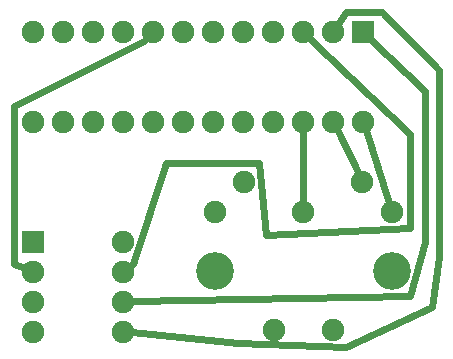
<source format=gtl>
G04 MADE WITH FRITZING*
G04 WWW.FRITZING.ORG*
G04 DOUBLE SIDED*
G04 HOLES PLATED*
G04 CONTOUR ON CENTER OF CONTOUR VECTOR*
%ASAXBY*%
%FSLAX23Y23*%
%MOIN*%
%OFA0B0*%
%SFA1.0B1.0*%
%ADD10C,0.075000*%
%ADD11C,0.126000*%
%ADD12R,0.075000X0.075000*%
%ADD13C,0.024000*%
%LNCOPPER1*%
G90*
G70*
G54D10*
X1266Y1096D03*
X1266Y796D03*
X1166Y1096D03*
X1166Y796D03*
X1066Y1096D03*
X1066Y796D03*
X966Y1096D03*
X966Y796D03*
X866Y1096D03*
X866Y796D03*
X766Y1096D03*
X766Y796D03*
X666Y1096D03*
X666Y796D03*
X566Y1096D03*
X566Y796D03*
X466Y1096D03*
X466Y796D03*
X366Y1096D03*
X366Y796D03*
X266Y1096D03*
X266Y796D03*
X166Y1096D03*
X166Y796D03*
X166Y396D03*
X466Y396D03*
X166Y296D03*
X466Y296D03*
X166Y196D03*
X466Y196D03*
X166Y96D03*
X466Y96D03*
X771Y496D03*
X870Y595D03*
X1066Y496D03*
X1263Y595D03*
X1362Y496D03*
X968Y102D03*
G54D11*
X1362Y299D03*
X771Y299D03*
G54D10*
X1165Y102D03*
G54D12*
X1266Y1096D03*
X166Y396D03*
G54D13*
X1066Y768D02*
X1066Y525D01*
D02*
X1179Y770D02*
X1251Y620D01*
D02*
X1275Y769D02*
X1353Y523D01*
D02*
X546Y1076D02*
X536Y1065D01*
D02*
X536Y1065D02*
X104Y849D01*
D02*
X104Y849D02*
X104Y321D01*
D02*
X104Y321D02*
X140Y307D01*
D02*
X1087Y1076D02*
X1424Y753D01*
D02*
X1424Y753D02*
X1424Y441D01*
D02*
X1424Y441D02*
X944Y417D01*
D02*
X944Y417D02*
X920Y657D01*
D02*
X920Y657D02*
X608Y657D01*
D02*
X608Y657D02*
X500Y321D01*
D02*
X500Y321D02*
X489Y313D01*
D02*
X1287Y1076D02*
X1472Y897D01*
D02*
X1472Y897D02*
X1472Y393D01*
D02*
X1472Y393D02*
X1424Y213D01*
D02*
X1424Y213D02*
X495Y197D01*
D02*
X1182Y1120D02*
X1208Y1161D01*
D02*
X1208Y1161D02*
X1328Y1161D01*
D02*
X1328Y1161D02*
X1520Y969D01*
D02*
X1520Y969D02*
X1520Y345D01*
D02*
X1520Y345D02*
X1496Y177D01*
D02*
X1496Y177D02*
X1208Y45D01*
D02*
X1208Y45D02*
X848Y57D01*
D02*
X848Y57D02*
X495Y93D01*
G04 End of Copper1*
M02*
</source>
